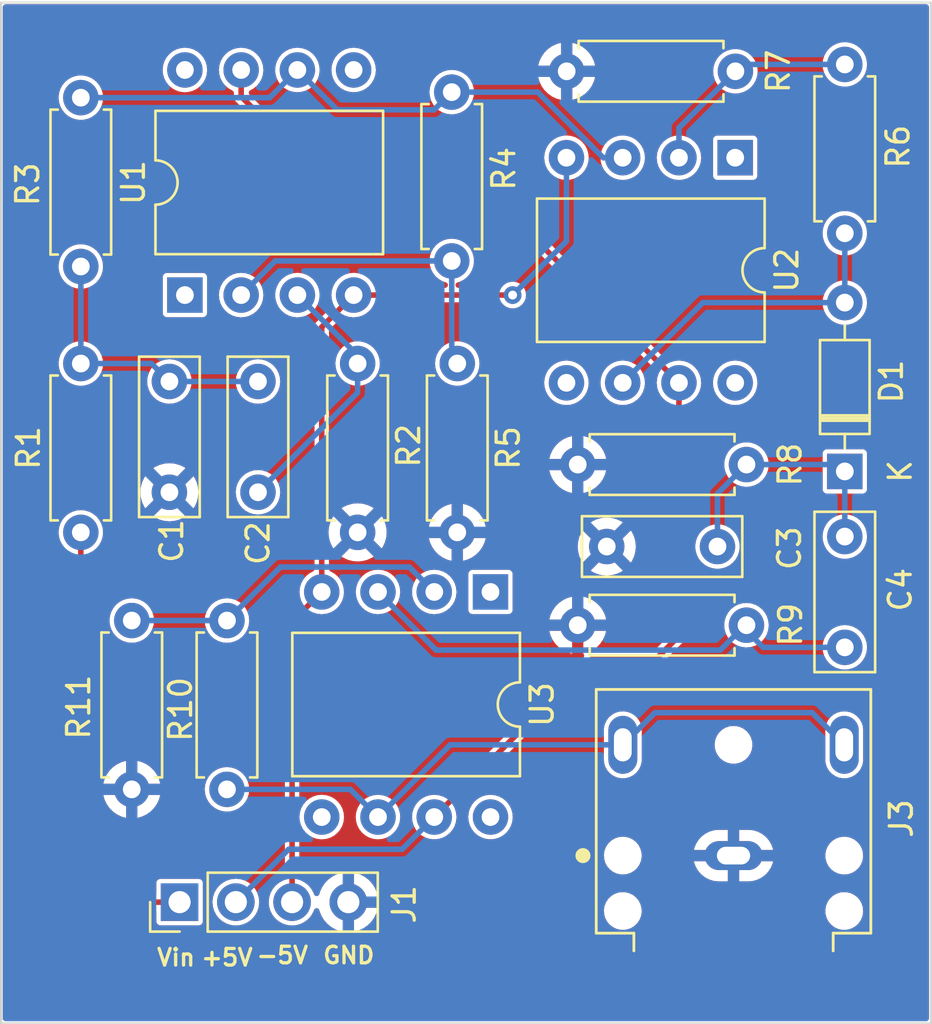
<source format=kicad_pcb>
(kicad_pcb (version 20211014) (generator pcbnew)
  (layers (0 "F.Cu" signal) (31 "B.Cu" signal) (34 "B.Paste" user) (35 "F.Paste" user) (36 "B.SilkS" user "B.Silkscreen") (37 "F.SilkS" user "F.Silkscreen") (38 "B.Mask" user) (39 "F.Mask" user) (44 "Edge.Cuts" user))
  (net 0 "")
  (net 1 "Net-(C1-Pad1)")
  (net 2 "GND")
  (net 3 "Net-(C2-Pad2)")
  (net 4 "Net-(C3-Pad2)")
  (net 5 "Net-(C4-Pad1)")
  (net 6 "+5V")
  (net 7 "-5V")
  (net 8 "v_in")
  (net 9 "Net-(R3-Pad1)")
  (net 10 "Net-(R4-Pad2)")
  (net 11 "Net-(R6-Pad2)")
  (net 12 "Net-(R10-Pad2)")
  (net 19 "Net-(J3-Pad2)")
  (net 20 "Net-(D1-Pad2)")
  (footprint "Resistor_THT:R_Axial_DIN0207_L6.3mm_D2.5mm_P7.62mm_Horizontal" (layer "F.Cu") (at 33.5 67.81 90)
    (fp_text reference "R1" (at 3.81 -2.37 90) (layer "F.SilkS"))
    (fp_text value "5k")
    (fp_line (start 7.08 1.37) (end 7.08 1.04) (layer "F.SilkS") (width 0.12))
    (fp_line (start 0.54 1.04) (end 0.54 1.37) (layer "F.SilkS") (width 0.12))
    (fp_line (start 7.08 -1.37) (end 7.08 -1.04) (layer "F.SilkS") (width 0.12))
    (fp_line (start 0.54 -1.37) (end 7.08 -1.37) (layer "F.SilkS") (width 0.12))
    (fp_line (start 0.54 -1.04) (end 0.54 -1.37) (layer "F.SilkS") (width 0.12))
    (fp_line (start 0.54 1.37) (end 7.08 1.37) (layer "F.SilkS") (width 0.12))
    (pad "1" thru_hole circle (at 0 0 90) (size 1.6 1.6) (drill 0.8) (layers *.Cu *.Mask) (net 8 "v_in"))
    (pad "2" thru_hole oval (at 7.62 0 90) (size 1.6 1.6) (drill 0.8) (layers *.Cu *.Mask) (net 1 "Net-(C1-Pad1)"))
  )
  (footprint "Resistor_THT:R_Axial_DIN0207_L6.3mm_D2.5mm_P7.62mm_Horizontal" (layer "F.Cu") (at 63.56 64.75 180)
    (fp_text reference "R8" (at -1.965 0 90) (layer "F.SilkS"))
    (fp_text value "2k")
    (fp_line (start 0.54 -1.37) (end 7.08 -1.37) (layer "F.SilkS") (width 0.12))
    (fp_line (start 7.08 1.37) (end 7.08 1.04) (layer "F.SilkS") (width 0.12))
    (fp_line (start 0.54 1.04) (end 0.54 1.37) (layer "F.SilkS") (width 0.12))
    (fp_line (start 0.54 1.37) (end 7.08 1.37) (layer "F.SilkS") (width 0.12))
    (fp_line (start 7.08 -1.37) (end 7.08 -1.04) (layer "F.SilkS") (width 0.12))
    (fp_line (start 0.54 -1.04) (end 0.54 -1.37) (layer "F.SilkS") (width 0.12))
    (pad "1" thru_hole circle (at 0 0 180) (size 1.6 1.6) (drill 0.8) (layers *.Cu *.Mask) (net 4 "Net-(C3-Pad2)"))
    (pad "2" thru_hole oval (at 7.62 0 180) (size 1.6 1.6) (drill 0.8) (layers *.Cu *.Mask) (net 2 "GND"))
  )
  (footprint "Capacitor_THT:C_Disc_D7.0mm_W2.5mm_P5.00mm" (layer "F.Cu") (at 41.5 61 -90)
    (fp_text reference "C2" (at 7.3 0 90) (layer "F.SilkS"))
    (fp_text value ".01µ")
    (fp_line (start -1.12 -1.37) (end -1.12 1.37) (layer "F.SilkS") (width 0.12))
    (fp_line (start -1.12 1.37) (end 6.12 1.37) (layer "F.SilkS") (width 0.12))
    (fp_line (start -1.12 -1.37) (end 6.12 -1.37) (layer "F.SilkS") (width 0.12))
    (fp_line (start 6.12 -1.37) (end 6.12 1.37) (layer "F.SilkS") (width 0.12))
    (pad "1" thru_hole circle (at 0 0 270) (size 1.6 1.6) (drill 0.8) (layers *.Cu *.Mask) (net 1 "Net-(C1-Pad1)"))
    (pad "2" thru_hole circle (at 5 0 270) (size 1.6 1.6) (drill 0.8) (layers *.Cu *.Mask) (net 3 "Net-(C2-Pad2)"))
  )
  (footprint "Capacitor_THT:C_Disc_D7.0mm_W2.5mm_P5.00mm" (layer "F.Cu") (at 37.5 61 -90)
    (fp_text reference "C1" (at 7.2 -0.1 90) (layer "F.SilkS"))
    (fp_text value ".01µ")
    (fp_line (start -1.12 -1.37) (end 6.12 -1.37) (layer "F.SilkS") (width 0.12))
    (fp_line (start 6.12 -1.37) (end 6.12 1.37) (layer "F.SilkS") (width 0.12))
    (fp_line (start -1.12 -1.37) (end -1.12 1.37) (layer "F.SilkS") (width 0.12))
    (fp_line (start -1.12 1.37) (end 6.12 1.37) (layer "F.SilkS") (width 0.12))
    (pad "1" thru_hole circle (at 0 0 270) (size 1.6 1.6) (drill 0.8) (layers *.Cu *.Mask) (net 1 "Net-(C1-Pad1)"))
    (pad "2" thru_hole circle (at 5 0 270) (size 1.6 1.6) (drill 0.8) (layers *.Cu *.Mask) (net 2 "GND"))
  )
  (footprint "Resistor_THT:R_Axial_DIN0207_L6.3mm_D2.5mm_P7.62mm_Horizontal" (layer "F.Cu") (at 50.5 60.19 -90)
    (fp_text reference "R5" (at 3.81 -2.3 90) (layer "F.SilkS"))
    (fp_text value "3.3k")
    (fp_line (start 0.54 -1.04) (end 0.54 -1.37) (layer "F.SilkS") (width 0.12))
    (fp_line (start 0.54 1.04) (end 0.54 1.37) (layer "F.SilkS") (width 0.12))
    (fp_line (start 7.08 -1.37) (end 7.08 -1.04) (layer "F.SilkS") (width 0.12))
    (fp_line (start 0.54 -1.37) (end 7.08 -1.37) (layer "F.SilkS") (width 0.12))
    (fp_line (start 0.54 1.37) (end 7.08 1.37) (layer "F.SilkS") (width 0.12))
    (fp_line (start 7.08 1.37) (end 7.08 1.04) (layer "F.SilkS") (width 0.12))
    (pad "1" thru_hole circle (at 0 0 270) (size 1.6 1.6) (drill 0.8) (layers *.Cu *.Mask) (net 10 "Net-(R4-Pad2)"))
    (pad "2" thru_hole oval (at 7.62 0 270) (size 1.6 1.6) (drill 0.8) (layers *.Cu *.Mask) (net 2 "GND"))
  )
  (footprint "Capacitor_THT:C_Disc_D7.0mm_W2.5mm_P5.00mm" (layer "F.Cu") (at 68 73 90)
    (fp_text reference "C4" (at 2.6 2.5 90) (layer "F.SilkS"))
    (fp_text value "33µ")
    (fp_line (start -1.12 -1.37) (end -1.12 1.37) (layer "F.SilkS") (width 0.12))
    (fp_line (start -1.12 1.37) (end 6.12 1.37) (layer "F.SilkS") (width 0.12))
    (fp_line (start -1.12 -1.37) (end 6.12 -1.37) (layer "F.SilkS") (width 0.12))
    (fp_line (start 6.12 -1.37) (end 6.12 1.37) (layer "F.SilkS") (width 0.12))
    (pad "1" thru_hole circle (at 0 0 90) (size 1.6 1.6) (drill 0.8) (layers *.Cu *.Mask) (net 5 "Net-(C4-Pad1)"))
    (pad "2" thru_hole circle (at 5 0 90) (size 1.6 1.6) (drill 0.8) (layers *.Cu *.Mask) (net 4 "Net-(C3-Pad2)"))
  )
  (footprint "Connector_PinHeader_2.54mm:PinHeader_1x04_P2.54mm_Vertical" (layer "F.Cu") (at 37.96 84.5 90)
    (fp_text reference "J1" (at -0.1 10.14 90) (layer "F.SilkS"))
    (fp_text value "Conn_01x04_Male")
    (fp_line (start -1.33 8.95) (end 1.33 8.95) (layer "F.SilkS") (width 0.12))
    (fp_line (start -1.33 -1.33) (end 0 -1.33) (layer "F.SilkS") (width 0.12))
    (fp_line (start -1.33 1.27) (end -1.33 8.95) (layer "F.SilkS") (width 0.12))
    (fp_line (start 1.33 1.27) (end 1.33 8.95) (layer "F.SilkS") (width 0.12))
    (fp_line (start -1.33 1.27) (end 1.33 1.27) (layer "F.SilkS") (width 0.12))
    (fp_line (start -1.33 0) (end -1.33 -1.33) (layer "F.SilkS") (width 0.12))
    (pad "1" thru_hole rect (at 0 0 90) (size 1.7 1.7) (drill 1) (layers *.Cu *.Mask) (net 8 "v_in"))
    (pad "2" thru_hole oval (at 0 2.54 90) (size 1.7 1.7) (drill 1) (layers *.Cu *.Mask) (net 6 "+5V"))
    (pad "3" thru_hole oval (at 0 5.08 90) (size 1.7 1.7) (drill 1) (layers *.Cu *.Mask) (net 7 "-5V"))
    (pad "4" thru_hole oval (at 0 7.62 90) (size 1.7 1.7) (drill 1) (layers *.Cu *.Mask) (net 2 "GND"))
  )
  (footprint "Resistor_THT:R_Axial_DIN0207_L6.3mm_D2.5mm_P7.62mm_Horizontal" (layer "F.Cu") (at 40.1 79.41 90)
    (fp_text reference "R10" (at 3.61 -2.1 90) (layer "F.SilkS"))
    (fp_text value "R")
    (fp_line (start 7.08 -1.37) (end 7.08 -1.04) (layer "F.SilkS") (width 0.12))
    (fp_line (start 0.54 1.04) (end 0.54 1.37) (layer "F.SilkS") (width 0.12))
    (fp_line (start 0.54 -1.37) (end 7.08 -1.37) (layer "F.SilkS") (width 0.12))
    (fp_line (start 0.54 1.37) (end 7.08 1.37) (layer "F.SilkS") (width 0.12))
    (fp_line (start 0.54 -1.04) (end 0.54 -1.37) (layer "F.SilkS") (width 0.12))
    (fp_line (start 7.08 1.37) (end 7.08 1.04) (layer "F.SilkS") (width 0.12))
    (pad "1" thru_hole circle (at 0 0 90) (size 1.6 1.6) (drill 0.8) (layers *.Cu *.Mask) (net 19 "Net-(J3-Pad2)"))
    (pad "2" thru_hole oval (at 7.62 0 90) (size 1.6 1.6) (drill 0.8) (layers *.Cu *.Mask) (net 12 "Net-(R10-Pad2)"))
  )
  (footprint "Package_DIP:DIP-8_W10.16mm" (layer "F.Cu") (at 52 70.5 -90)
    (fp_text reference "U3" (at 5.08 -2.33 90) (layer "F.SilkS"))
    (fp_text value "LM741")
    (fp_line (start 8.315 -1.33) (end 6.08 -1.33) (layer "F.SilkS") (width 0.12))
    (fp_line (start 4.08 -1.33) (end 1.845 -1.33) (layer "F.SilkS") (width 0.12))
    (fp_line (start 8.315 8.95) (end 8.315 -1.33) (layer "F.SilkS") (width 0.12))
    (fp_line (start 1.845 -1.33) (end 1.845 8.95) (layer "F.SilkS") (width 0.12))
    (fp_line (start 1.845 8.95) (end 8.315 8.95) (layer "F.SilkS") (width 0.12))
    (fp_arc (start 6.08 -1.33) (mid 5.08 -0.33) (end 4.08 -1.33) (layer "F.SilkS") (width 0.12))
    (pad "1" thru_hole rect (at 0 0 270) (size 1.6 1.6) (drill 0.8) (layers *.Cu *.Mask))
    (pad "2" thru_hole oval (at 0 2.54 270) (size 1.6 1.6) (drill 0.8) (layers *.Cu *.Mask) (net 12 "Net-(R10-Pad2)"))
    (pad "3" thru_hole oval (at 0 5.08 270) (size 1.6 1.6) (drill 0.8) (layers *.Cu *.Mask) (net 5 "Net-(C4-Pad1)"))
    (pad "4" thru_hole oval (at 0 7.62 270) (size 1.6 1.6) (drill 0.8) (layers *.Cu *.Mask) (net 7 "-5V"))
    (pad "5" thru_hole oval (at 10.16 7.62 270) (size 1.6 1.6) (drill 0.8) (layers *.Cu *.Mask))
    (pad "6" thru_hole oval (at 10.16 5.08 270) (size 1.6 1.6) (drill 0.8) (layers *.Cu *.Mask) (net 19 "Net-(J3-Pad2)"))
    (pad "7" thru_hole oval (at 10.16 2.54 270) (size 1.6 1.6) (drill 0.8) (layers *.Cu *.Mask) (net 6 "+5V"))
    (pad "8" thru_hole oval (at 10.16 0 270) (size 1.6 1.6) (drill 0.8) (layers *.Cu *.Mask))
  )
  (footprint "Resistor_THT:R_Axial_DIN0207_L6.3mm_D2.5mm_P7.62mm_Horizontal" (layer "F.Cu") (at 35.8 71.79 -90)
    (fp_text reference "R11" (at 3.91 2.4 90) (layer "F.SilkS"))
    (fp_text value "R")
    (fp_line (start 0.54 -1.37) (end 7.08 -1.37) (layer "F.SilkS") (width 0.12))
    (fp_line (start 7.08 -1.37) (end 7.08 -1.04) (layer "F.SilkS") (width 0.12))
    (fp_line (start 0.54 -1.04) (end 0.54 -1.37) (layer "F.SilkS") (width 0.12))
    (fp_line (start 0.54 1.37) (end 7.08 1.37) (layer "F.SilkS") (width 0.12))
    (fp_line (start 0.54 1.04) (end 0.54 1.37) (layer "F.SilkS") (width 0.12))
    (fp_line (start 7.08 1.37) (end 7.08 1.04) (layer "F.SilkS") (width 0.12))
    (pad "1" thru_hole circle (at 0 0 270) (size 1.6 1.6) (drill 0.8) (layers *.Cu *.Mask) (net 12 "Net-(R10-Pad2)"))
    (pad "2" thru_hole oval (at 7.62 0 270) (size 1.6 1.6) (drill 0.8) (layers *.Cu *.Mask) (net 2 "GND"))
  )
  (footprint "Package_DIP:DIP-8_W10.16mm" (layer "F.Cu") (at 38.2 57.1 90)
    (fp_text reference "U1" (at 5.08 -2.33 90) (layer "F.SilkS"))
    (fp_text value "LM741")
    (fp_line (start 1.845 -1.33) (end 1.845 8.95) (layer "F.SilkS") (width 0.12))
    (fp_line (start 8.315 8.95) (end 8.315 -1.33) (layer "F.SilkS") (width 0.12))
    (fp_line (start 1.845 8.95) (end 8.315 8.95) (layer "F.SilkS") (width 0.12))
    (fp_line (start 4.08 -1.33) (end 1.845 -1.33) (layer "F.SilkS") (width 0.12))
    (fp_line (start 8.315 -1.33) (end 6.08 -1.33) (layer "F.SilkS") (width 0.12))
    (fp_arc (start 6.08 -1.33) (mid 5.08 -0.33) (end 4.08 -1.33) (layer "F.SilkS") (width 0.12))
    (pad "1" thru_hole rect (at 0 0 90) (size 1.6 1.6) (drill 0.8) (layers *.Cu *.Mask))
    (pad "2" thru_hole oval (at 0 2.54 90) (size 1.6 1.6) (drill 0.8) (layers *.Cu *.Mask) (net 10 "Net-(R4-Pad2)"))
    (pad "3" thru_hole oval (at 0 5.08 90) (size 1.6 1.6) (drill 0.8) (layers *.Cu *.Mask) (net 3 "Net-(C2-Pad2)"))
    (pad "4" thru_hole oval (at 0 7.62 90) (size 1.6 1.6) (drill 0.8) (layers *.Cu *.Mask) (net 7 "-5V"))
    (pad "5" thru_hole oval (at 10.16 7.62 90) (size 1.6 1.6) (drill 0.8) (layers *.Cu *.Mask))
    (pad "6" thru_hole oval (at 10.16 5.08 90) (size 1.6 1.6) (drill 0.8) (layers *.Cu *.Mask) (net 9 "Net-(R3-Pad1)"))
    (pad "7" thru_hole oval (at 10.16 2.54 90) (size 1.6 1.6) (drill 0.8) (layers *.Cu *.Mask) (net 6 "+5V"))
    (pad "8" thru_hole oval (at 10.16 0 90) (size 1.6 1.6) (drill 0.8) (layers *.Cu *.Mask))
  )
  (footprint "Resistor_THT:R_Axial_DIN0207_L6.3mm_D2.5mm_P7.62mm_Horizontal" (layer "F.Cu") (at 50.25 47.94 -90)
    (fp_text reference "R4" (at 3.46 -2.35 90) (layer "F.SilkS"))
    (fp_text value "3.3k")
    (fp_line (start 7.08 1.37) (end 7.08 1.04) (layer "F.SilkS") (width 0.12))
    (fp_line (start 0.54 1.37) (end 7.08 1.37) (layer "F.SilkS") (width 0.12))
    (fp_line (start 0.54 -1.37) (end 7.08 -1.37) (layer "F.SilkS") (width 0.12))
    (fp_line (start 7.08 -1.37) (end 7.08 -1.04) (layer "F.SilkS") (width 0.12))
    (fp_line (start 0.54 -1.04) (end 0.54 -1.37) (layer "F.SilkS") (width 0.12))
    (fp_line (start 0.54 1.04) (end 0.54 1.37) (layer "F.SilkS") (width 0.12))
    (pad "1" thru_hole circle (at 0 0 270) (size 1.6 1.6) (drill 0.8) (layers *.Cu *.Mask) (net 9 "Net-(R3-Pad1)"))
    (pad "2" thru_hole oval (at 7.62 0 270) (size 1.6 1.6) (drill 0.8) (layers *.Cu *.Mask) (net 10 "Net-(R4-Pad2)"))
  )
  (footprint "Package_DIP:DIP-8_W10.16mm" (layer "F.Cu") (at 63.05 50.9 -90)
    (fp_text reference "U2" (at 5.08 -2.33 90) (layer "F.SilkS"))
    (fp_text value "LM741")
    (fp_line (start 8.315 -1.33) (end 6.08 -1.33) (layer "F.SilkS") (width 0.12))
    (fp_line (start 4.08 -1.33) (end 1.845 -1.33) (layer "F.SilkS") (width 0.12))
    (fp_line (start 1.845 -1.33) (end 1.845 8.95) (layer "F.SilkS") (width 0.12))
    (fp_line (start 8.315 8.95) (end 8.315 -1.33) (layer "F.SilkS") (width 0.12))
    (fp_line (start 1.845 8.95) (end 8.315 8.95) (layer "F.SilkS") (width 0.12))
    (fp_arc (start 6.08 -1.33) (mid 5.08 -0.33) (end 4.08 -1.33) (layer "F.SilkS") (width 0.12))
    (pad "1" thru_hole rect (at 0 0 270) (size 1.6 1.6) (drill 0.8) (layers *.Cu *.Mask))
    (pad "2" thru_hole oval (at 0 2.54 270) (size 1.6 1.6) (drill 0.8) (layers *.Cu *.Mask) (net 11 "Net-(R6-Pad2)"))
    (pad "3" thru_hole oval (at 0 5.08 270) (size 1.6 1.6) (drill 0.8) (layers *.Cu *.Mask) (net 9 "Net-(R3-Pad1)"))
    (pad "4" thru_hole oval (at 0 7.62 270) (size 1.6 1.6) (drill 0.8) (layers *.Cu *.Mask) (net 7 "-5V"))
    (pad "5" thru_hole oval (at 10.16 7.62 270) (size 1.6 1.6) (drill 0.8) (layers *.Cu *.Mask))
    (pad "6" thru_hole oval (at 10.16 5.08 270) (size 1.6 1.6) (drill 0.8) (layers *.Cu *.Mask) (net 20 "Net-(D1-Pad2)"))
    (pad "7" thru_hole oval (at 10.16 2.54 270) (size 1.6 1.6) (drill 0.8) (layers *.Cu *.Mask) (net 6 "+5V"))
    (pad "8" thru_hole oval (at 10.16 0 270) (size 1.6 1.6) (drill 0.8) (layers *.Cu *.Mask))
  )
  (footprint "Resistor_THT:R_Axial_DIN0207_L6.3mm_D2.5mm_P7.62mm_Horizontal" (layer "F.Cu") (at 46 67.81 90)
    (fp_text reference "R2" (at 3.91 2.3 90) (layer "F.SilkS"))
    (fp_text value "1.6k")
    (fp_line (start 0.54 1.04) (end 0.54 1.37) (layer "F.SilkS") (width 0.12))
    (fp_line (start 0.54 -1.37) (end 7.08 -1.37) (layer "F.SilkS") (width 0.12))
    (fp_line (start 7.08 1.37) (end 7.08 1.04) (layer "F.SilkS") (width 0.12))
    (fp_line (start 0.54 1.37) (end 7.08 1.37) (layer "F.SilkS") (width 0.12))
    (fp_line (start 7.08 -1.37) (end 7.08 -1.04) (layer "F.SilkS") (width 0.12))
    (fp_line (start 0.54 -1.04) (end 0.54 -1.37) (layer "F.SilkS") (width 0.12))
    (pad "1" thru_hole circle (at 0 0 90) (size 1.6 1.6) (drill 0.8) (layers *.Cu *.Mask) (net 2 "GND"))
    (pad "2" thru_hole oval (at 7.62 0 90) (size 1.6 1.6) (drill 0.8) (layers *.Cu *.Mask) (net 3 "Net-(C2-Pad2)"))
  )
  (footprint "Resistor_THT:R_Axial_DIN0207_L6.3mm_D2.5mm_P7.62mm_Horizontal" (layer "F.Cu") (at 33.5 48.19 -90)
    (fp_text reference "R3" (at 3.91 2.4 90) (layer "F.SilkS"))
    (fp_text value "1k")
    (fp_line (start 0.54 -1.37) (end 7.08 -1.37) (layer "F.SilkS") (width 0.12))
    (fp_line (start 7.08 1.37) (end 7.08 1.04) (layer "F.SilkS") (width 0.12))
    (fp_line (start 0.54 -1.04) (end 0.54 -1.37) (layer "F.SilkS") (width 0.12))
    (fp_line (start 7.08 -1.37) (end 7.08 -1.04) (layer "F.SilkS") (width 0.12))
    (fp_line (start 0.54 1.04) (end 0.54 1.37) (layer "F.SilkS") (width 0.12))
    (fp_line (start 0.54 1.37) (end 7.08 1.37) (layer "F.SilkS") (width 0.12))
    (pad "1" thru_hole circle (at 0 0 270) (size 1.6 1.6) (drill 0.8) (layers *.Cu *.Mask) (net 9 "Net-(R3-Pad1)"))
    (pad "2" thru_hole oval (at 7.62 0 270) (size 1.6 1.6) (drill 0.8) (layers *.Cu *.Mask) (net 1 "Net-(C1-Pad1)"))
  )
  (footprint "Resistor_THT:R_Axial_DIN0207_L6.3mm_D2.5mm_P7.62mm_Horizontal" (layer "F.Cu") (at 68 54.31 90)
    (fp_text reference "R6" (at 3.91 2.4 90) (layer "F.SilkS"))
    (fp_text value "R")
    (fp_line (start 0.54 -1.37) (end 7.08 -1.37) (layer "F.SilkS") (width 0.12))
    (fp_line (start 0.54 1.37) (end 7.08 1.37) (layer "F.SilkS") (width 0.12))
    (fp_line (start 7.08 -1.37) (end 7.08 -1.04) (layer "F.SilkS") (width 0.12))
    (fp_line (start 0.54 -1.04) (end 0.54 -1.37) (layer "F.SilkS") (width 0.12))
    (fp_line (start 7.08 1.37) (end 7.08 1.04) (layer "F.SilkS") (width 0.12))
    (fp_line (start 0.54 1.04) (end 0.54 1.37) (layer "F.SilkS") (width 0.12))
    (pad "1" thru_hole circle (at 0 0 90) (size 1.6 1.6) (drill 0.8) (layers *.Cu *.Mask) (net 20 "Net-(D1-Pad2)"))
    (pad "2" thru_hole oval (at 7.62 0 90) (size 1.6 1.6) (drill 0.8) (layers *.Cu *.Mask) (net 11 "Net-(R6-Pad2)"))
  )
  (footprint "Diode_THT:D_DO-35_SOD27_P7.62mm_Horizontal" (layer "F.Cu") (at 68 65.06 90)
    (fp_text reference "D1" (at 4.06 2.1 90) (layer "F.SilkS"))
    (fp_text value "D")
    (fp_text user "K" (at 0 2.5 90) (layer "F.SilkS"))
    (fp_line (start 2.29 -1.12) (end 2.29 1.12) (layer "F.SilkS") (width 0.12))
    (fp_line (start 1.69 -1.12) (end 1.69 1.12) (layer "F.SilkS") (width 0.12))
    (fp_line (start 2.53 -1.12) (end 2.53 1.12) (layer "F.SilkS") (width 0.12))
    (fp_line (start 2.41 -1.12) (end 2.41 1.12) (layer "F.SilkS") (width 0.12))
    (fp_line (start 6.58 0) (end 5.93 0) (layer "F.SilkS") (width 0.12))
    (fp_line (start 5.93 1.12) (end 5.93 -1.12) (layer "F.SilkS") (width 0.12))
    (fp_line (start 1.04 0) (end 1.69 0) (layer "F.SilkS") (width 0.12))
    (fp_line (start 5.93 -1.12) (end 1.69 -1.12) (layer "F.SilkS") (width 0.12))
    (fp_line (start 1.69 1.12) (end 5.93 1.12) (layer "F.SilkS") (width 0.12))
    (pad "1" thru_hole rect (at 0 0 90) (size 1.6 1.6) (drill 0.8) (layers *.Cu *.Mask) (net 4 "Net-(C3-Pad2)"))
    (pad "2" thru_hole oval (at 7.62 0 90) (size 1.6 1.6) (drill 0.8) (layers *.Cu *.Mask) (net 20 "Net-(D1-Pad2)"))
  )
  (footprint "Resistor_THT:R_Axial_DIN0207_L6.3mm_D2.5mm_P7.62mm_Horizontal" (layer "F.Cu") (at 63.06 47 180)
    (fp_text reference "R7" (at -1.94 0 90) (layer "F.SilkS"))
    (fp_text value "R")
    (fp_line (start 7.08 -1.37) (end 7.08 -1.04) (layer "F.SilkS") (width 0.12))
    (fp_line (start 0.54 1.04) (end 0.54 1.37) (layer "F.SilkS") (width 0.12))
    (fp_line (start 0.54 -1.37) (end 7.08 -1.37) (layer "F.SilkS") (width 0.12))
    (fp_line (start 0.54 -1.04) (end 0.54 -1.37) (layer "F.SilkS") (width 0.12))
    (fp_line (start 7.08 1.37) (end 7.08 1.04) (layer "F.SilkS") (width 0.12))
    (fp_line (start 0.54 1.37) (end 7.08 1.37) (layer "F.SilkS") (width 0.12))
    (pad "1" thru_hole circle (at 0 0 180) (size 1.6 1.6) (drill 0.8) (layers *.Cu *.Mask) (net 11 "Net-(R6-Pad2)"))
    (pad "2" thru_hole oval (at 7.62 0 180) (size 1.6 1.6) (drill 0.8) (layers *.Cu *.Mask) (net 2 "GND"))
  )
  (footprint "Capacitor_THT:C_Disc_D7.0mm_W2.5mm_P5.00mm" (layer "F.Cu") (at 57.25 68.45)
    (fp_text reference "C3" (at 8.25 0.075 90) (layer "F.SilkS"))
    (fp_text value "0.1µ")
    (fp_line (start -1.12 -1.37) (end -1.12 1.37) (layer "F.SilkS") (width 0.12))
    (fp_line (start -1.12 1.37) (end 6.12 1.37) (layer "F.SilkS") (width 0.12))
    (fp_line (start 6.12 -1.37) (end 6.12 1.37) (layer "F.SilkS") (width 0.12))
    (fp_line (start -1.12 -1.37) (end 6.12 -1.37) (layer "F.SilkS") (width 0.12))
    (pad "1" thru_hole circle (at 0 0) (size 1.6 1.6) (drill 0.8) (layers *.Cu *.Mask) (net 2 "GND"))
    (pad "2" thru_hole circle (at 5 0) (size 1.6 1.6) (drill 0.8) (layers *.Cu *.Mask) (net 4 "Net-(C3-Pad2)"))
  )
  (footprint "SJ1-3523N:CUI_SJ1-3523N" (layer "F.Cu") (at 62.975 82.4 90)
    (fp_text reference "J3" (at 1.675 7.575 90) (layer "F.SilkS") (effects (font (size 1.000402 1.000402))))
    (fp_text value "SJ1-3523N")
    (fp_line (start 7.5 -6.2) (end 7.5 6.2) (layer "F.SilkS") (width 0.127))
    (fp_line (start -3.5 -6.2) (end -3.5 -4.5) (layer "F.SilkS") (width 0.127))
    (fp_line (start -3.5 -4.5) (end -4.3 -4.5) (layer "F.SilkS") (width 0.127))
    (fp_line (start 7.5 6.2) (end -3.5 6.2) (layer "F.SilkS") (width 0.127))
    (fp_line (start -3.5 4.5) (end -4.3 4.5) (layer "F.SilkS") (width 0.127))
    (fp_line (start -3.5 4.5) (end -3.5 6.2) (layer "F.SilkS") (width 0.127))
    (fp_line (start 7.5 -6.2) (end -3.5 -6.2) (layer "F.SilkS") (width 0.127))
    (fp_circle (center 0 -6.8) (end 0.17 -6.8) (layer "F.SilkS") (width 0.34) (fill none))
    (pad "" np_thru_hole circle (at 0 5 90) (size 1.2 1.2) (drill 1.2) (layers *.Cu *.Mask))
    (pad "" np_thru_hole circle (at -2.5 5 90) (size 1.2 1.2) (drill 1.2) (layers *.Cu *.Mask))
    (pad "" np_thru_hole circle (at 5 0 90) (size 1.2 1.2) (drill 1.2) (layers *.Cu *.Mask))
    (pad "" np_thru_hole circle (at 0 -5 90) (size 1.2 1.2) (drill 1.2) (layers *.Cu *.Mask))
    (pad "" np_thru_hole circle (at -2.5 -5 90) (size 1.2 1.2) (drill 1.2) (layers *.Cu *.Mask))
    (pad "1" thru_hole oval (at 0 0 90) (size 1.308 2.616) (drill oval 0.8 1.5) (layers *.Cu *.Mask) (net 2 "GND"))
    (pad "2" thru_hole oval (at 5 5 90) (size 2.616 1.308) (drill oval 1.5 0.8) (layers *.Cu *.Mask) (net 19 "Net-(J3-Pad2)"))
    (pad "3" thru_hole oval (at 5 -5 90) (size 2.616 1.308) (drill oval 1.5 0.8) (layers *.Cu *.Mask) (net 19 "Net-(J3-Pad2)"))
  )
  (footprint "Resistor_THT:R_Axial_DIN0207_L6.3mm_D2.5mm_P7.62mm_Horizontal" (layer "F.Cu") (at 63.56 72 180)
    (fp_text reference "R9" (at -1.99 0.025 90) (layer "F.SilkS"))
    (fp_text value "10k")
    (fp_line (start 0.54 -1.37) (end 7.08 -1.37) (layer "F.SilkS") (width 0.12))
    (fp_line (start 0.54 1.37) (end 7.08 1.37) (layer "F.SilkS") (width 0.12))
    (fp_line (start 7.08 -1.37) (end 7.08 -1.04) (layer "F.SilkS") (width 0.12))
    (fp_line (start 0.54 1.04) (end 0.54 1.37) (layer "F.SilkS") (width 0.12))
    (fp_line (start 0.54 -1.04) (end 0.54 -1.37) (layer "F.SilkS") (width 0.12))
    (fp_line (start 7.08 1.37) (end 7.08 1.04) (layer "F.SilkS") (width 0.12))
    (pad "1" thru_hole circle (at 0 0 180) (size 1.6 1.6) (drill 0.8) (layers *.Cu *.Mask) (net 5 "Net-(C4-Pad1)"))
    (pad "2" thru_hole oval (at 7.62 0 180) (size 1.6 1.6) (drill 0.8) (layers *.Cu *.Mask) (net 2 "GND"))
  )
  (gr_rect (start 29.9 43.9) (end 71.9 89.975) (layer "Edge.Cuts") (width 0.1) (fill none))
  (gr_text "-5V" (at 42.6 86.9) (layer "F.SilkS") (effects (font (size 0.75 0.75))))
  (gr_text "GND" (at 45.6 86.9) (layer "F.SilkS") (effects (font (size 0.75 0.75))))
  (gr_text "Vin" (at 37.8 87) (layer "F.SilkS") (effects (font (size 0.75 0.75))))
  (gr_text "+5V" (at 40.1 87) (layer "F.SilkS") (effects (font (size 0.75 0.75))))
  (segment (start 33.5 60.19) (end 36.69 60.19) (width 0.25) (layer "B.Cu") (net 1))
  (segment (start 41.5 61) (end 37.5 61) (width 0.25) (layer "B.Cu") (net 1))
  (segment (start 33.5 60.19) (end 33.5 55.81) (width 0.25) (layer "B.Cu") (net 1))
  (segment (start 36.69 60.19) (end 37.5 61) (width 0.25) (layer "B.Cu") (net 1))
  (segment (start 43.28 57.1) (end 46 59.82) (width 0.25) (layer "B.Cu") (net 3))
  (segment (start 46 59.82) (end 46 60.19) (width 0.25) (layer "B.Cu") (net 3))
  (segment (start 46 61.5) (end 41.5 66) (width 0.25) (layer "B.Cu") (net 3))
  (segment (start 46 60.19) (end 46 61.5) (width 0.25) (layer "B.Cu") (net 3))
  (segment (start 67.44 64.75) (end 67.75 65.06) (width 0.25) (layer "B.Cu") (net 4))
  (segment (start 62.25 66.06) (end 63.56 64.75) (width 0.25) (layer "B.Cu") (net 4))
  (segment (start 67.69 64.75) (end 68 65.06) (width 0.25) (layer "B.Cu") (net 4))
  (segment (start 68 65.06) (end 68 68) (width 0.25) (layer "B.Cu") (net 4))
  (segment (start 62.25 68) (end 62.25 66.06) (width 0.25) (layer "B.Cu") (net 4))
  (segment (start 63.56 64.75) (end 67.69 64.75) (width 0.25) (layer "B.Cu") (net 4))
  (segment (start 64.31 73) (end 63.31 72) (width 0.25) (layer "B.Cu") (net 5))
  (segment (start 49.545 73.125) (end 62.375 73.125) (width 0.25) (layer "B.Cu") (net 5))
  (segment (start 46.92 70.5) (end 49.545 73.125) (width 0.25) (layer "B.Cu") (net 5))
  (segment (start 68 73) (end 64.31 73) (width 0.25) (layer "B.Cu") (net 5))
  (segment (start 62.375 73.125) (end 63.5 72) (width 0.25) (layer "B.Cu") (net 5))
  (segment (start 40.74 48.14) (end 44.5 51.9) (width 0.25) (layer "F.Cu") (net 6))
  (segment (start 56.62 73.5) (end 59.5 73.5) (width 0.25) (layer "F.Cu") (net 6))
  (segment (start 60.5 72.5) (end 60.5 72.32) (width 0.25) (layer "F.Cu") (net 6))
  (segment (start 60.51 61.06) (end 51.35 51.9) (width 0.25) (layer "F.Cu") (net 6))
  (segment (start 51.35 51.9) (end 44.5 51.9) (width 0.25) (layer "F.Cu") (net 6))
  (segment (start 49.46 80.66) (end 56.62 73.5) (width 0.25) (layer "F.Cu") (net 6))
  (segment (start 59.5 73.5) (end 60.5 72.5) (width 0.25) (layer "F.Cu") (net 6))
  (segment (start 60.51 72.31) (end 60.51 61.06) (width 0.25) (layer "F.Cu") (net 6))
  (segment (start 60.5 72.32) (end 60.51 72.31) (width 0.25) (layer "F.Cu") (net 6))
  (segment (start 40.74 46.94) (end 40.74 48.14) (width 0.25) (layer "F.Cu") (net 6))
  (segment (start 48.006399 82.113601) (end 49.46 80.66) (width 0.25) (layer "B.Cu") (net 6))
  (segment (start 42.886399 82.113601) (end 48.006399 82.113601) (width 0.25) (layer "B.Cu") (net 6))
  (segment (start 40.5 84.5) (end 42.886399 82.113601) (width 0.25) (layer "B.Cu") (net 6))
  (segment (start 45.82 57.1) (end 53 57.1) (width 0.25) (layer "F.Cu") (net 7))
  (segment (start 43.04 71.84) (end 44.38 70.5) (width 0.25) (layer "F.Cu") (net 7))
  (segment (start 44.38 58.54) (end 45.82 57.1) (width 0.25) (layer "F.Cu") (net 7))
  (segment (start 44.38 70.5) (end 44.38 58.54) (width 0.25) (layer "F.Cu") (net 7))
  (segment (start 43.04 84.5) (end 43.04 71.84) (width 0.25) (layer "F.Cu") (net 7))
  (via (at 53 57.1) (size 0.8) (drill 0.4) (layers "F.Cu" "B.Cu") (net 7))
  (segment (start 53 57.1) (end 55.43 54.67) (width 0.25) (layer "B.Cu") (net 7))
  (segment (start 55.43 54.67) (end 55.43 50.9) (width 0.25) (layer "B.Cu") (net 7))
  (segment (start 37.96 84.5) (end 34.3 84.5) (width 0.25) (layer "F.Cu") (net 8))
  (segment (start 34.3 84.5) (end 33.5 83.7) (width 0.25) (layer "F.Cu") (net 8))
  (segment (start 33.5 83.7) (end 33.5 67.81) (width 0.25) (layer "F.Cu") (net 8))
  (segment (start 42.03 48.19) (end 43.28 46.94) (width 0.25) (layer "B.Cu") (net 9))
  (segment (start 57.091398 50.9) (end 57.97 50.9) (width 0.25) (layer "B.Cu") (net 9))
  (segment (start 50.25 47.94) (end 49.450001 48.739999) (width 0.25) (layer "B.Cu") (net 9))
  (segment (start 45.079999 48.739999) (end 43.28 46.94) (width 0.25) (layer "B.Cu") (net 9))
  (segment (start 54.131398 47.94) (end 57.091398 50.9) (width 0.25) (layer "B.Cu") (net 9))
  (segment (start 33.5 48.19) (end 42.03 48.19) (width 0.25) (layer "B.Cu") (net 9))
  (segment (start 49.450001 48.739999) (end 45.079999 48.739999) (width 0.25) (layer "B.Cu") (net 9))
  (segment (start 50.25 47.94) (end 54.131398 47.94) (width 0.25) (layer "B.Cu") (net 9))
  (segment (start 50.25 55.56) (end 50.25 59.94) (width 0.25) (layer "B.Cu") (net 10))
  (segment (start 42.28 55.56) (end 40.74 57.1) (width 0.25) (layer "B.Cu") (net 10))
  (segment (start 50.25 55.56) (end 42.28 55.56) (width 0.25) (layer "B.Cu") (net 10))
  (segment (start 50.25 59.94) (end 50.5 60.19) (width 0.25) (layer "B.Cu") (net 10))
  (segment (start 63.37 46.69) (end 63.06 47) (width 0.25) (layer "B.Cu") (net 11))
  (segment (start 60.51 50.9) (end 60.51 49.55) (width 0.25) (layer "B.Cu") (net 11))
  (segment (start 68 46.69) (end 63.37 46.69) (width 0.25) (layer "B.Cu") (net 11))
  (segment (start 60.51 49.55) (end 63.06 47) (width 0.25) (layer "B.Cu") (net 11))
  (segment (start 42.515 69.375) (end 40.1 71.79) (width 0.25) (layer "B.Cu") (net 12))
  (segment (start 35.8 71.79) (end 40.1 71.79) (width 0.25) (layer "B.Cu") (net 12))
  (segment (start 49.46 70.5) (end 48.335 69.375) (width 0.25) (layer "B.Cu") (net 12))
  (segment (start 48.335 69.375) (end 42.515 69.375) (width 0.25) (layer "B.Cu") (net 12))
  (segment (start 50.18 77.4) (end 57.975 77.4) (width 0.25) (layer "B.Cu") (net 19))
  (segment (start 46.92 80.66) (end 50.18 77.4) (width 0.25) (layer "B.Cu") (net 19))
  (segment (start 46.92 80.66) (end 45.67 79.41) (width 0.25) (layer "B.Cu") (net 19))
  (segment (start 45.67 79.41) (end 40.1 79.41) (width 0.25) (layer "B.Cu") (net 19))
  (segment (start 66.525 75.95) (end 67.975 77.4) (width 0.25) (layer "B.Cu") (net 19))
  (segment (start 57.975 77.4) (end 59.425 75.95) (width 0.25) (layer "B.Cu") (net 19))
  (segment (start 59.425 75.95) (end 66.525 75.95) (width 0.25) (layer "B.Cu") (net 19))
  (segment (start 61.59 57.44) (end 57.97 61.06) (width 0.25) (layer "B.Cu") (net 20))
  (segment (start 68 57.44) (end 61.59 57.44) (width 0.25) (layer "B.Cu") (net 20))
  (segment (start 68 54.31) (end 68 57.44) (width 0.25) (layer "B.Cu") (net 20))
  (segment (start 68 57.19) (end 67.75 57.44) (width 0.25) (layer "B.Cu") (net 20))
  (zone (net 2) (net_name "GND") (layer "F.Cu") (connect_pads (clearance 0)) (min_thickness 0.254) (fill yes (thermal_gap 0.508) (thermal_bridge_width 0.508))
    (polygon (pts (xy 29.975 43.975) (xy 71.8 43.975) (xy 71.8 89.875) (xy 29.975 89.875)))
  )
  (zone (net 2) (net_name "GND") (layer "B.Cu") (connect_pads (clearance 0)) (min_thickness 0.254) (fill yes (thermal_gap 0.508) (thermal_bridge_width 0.508))
    (polygon (pts (xy 71.8 89.875) (xy 29.975 89.875) (xy 29.975 43.975) (xy 71.8 43.975)))
  )
)
</source>
